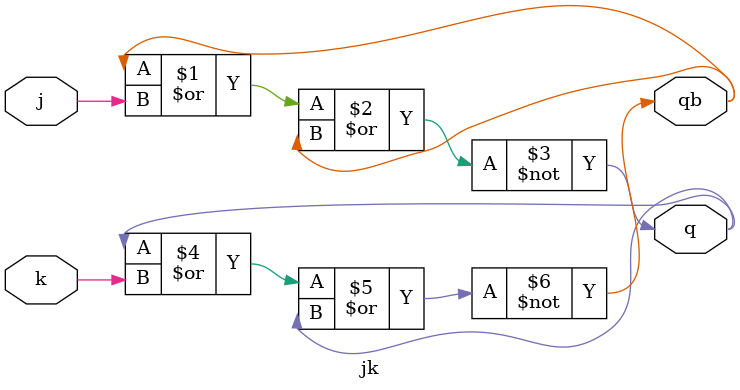
<source format=v>
module jk(input j,k, output q,qb);
  assign q=~(qb|j|qb);
  assign qb=~(q|k|q);
endmodule

</source>
